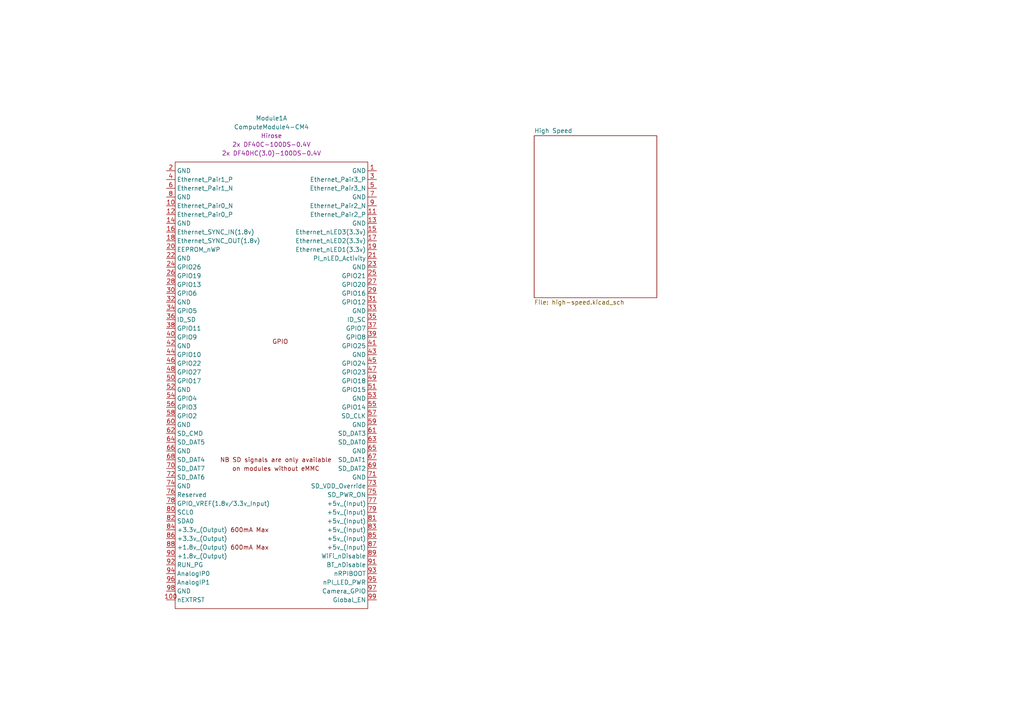
<source format=kicad_sch>
(kicad_sch
	(version 20231120)
	(generator "eeschema")
	(generator_version "8.0")
	(uuid "ac341729-1bd9-485e-b406-2c7c34ca99d1")
	(paper "A4")
	(title_block
		(title "SimplePLC")
		(date "2025-01-27")
		(rev "v1.0")
		(company "Szymon Wąchała")
	)
	(lib_symbols
		(symbol "CM4IO:ComputeModule4-CM4"
			(exclude_from_sim no)
			(in_bom yes)
			(on_board yes)
			(property "Reference" "Module"
				(at 113.03 -68.58 0)
				(effects
					(font
						(size 1.27 1.27)
					)
				)
			)
			(property "Value" "ComputeModule4-CM4"
				(at 140.97 2.54 0)
				(effects
					(font
						(size 1.27 1.27)
					)
				)
			)
			(property "Footprint" "CM4IO:Raspberry-Pi-4-Compute-Module"
				(at 142.24 -26.67 0)
				(effects
					(font
						(size 1.27 1.27)
					)
					(hide yes)
				)
			)
			(property "Datasheet" ""
				(at 142.24 -26.67 0)
				(effects
					(font
						(size 1.27 1.27)
					)
					(hide yes)
				)
			)
			(property "Description" ""
				(at 0 0 0)
				(effects
					(font
						(size 1.27 1.27)
					)
					(hide yes)
				)
			)
			(property "Manufacturer" "Hirose"
				(at 0 0 0)
				(effects
					(font
						(size 1.27 1.27)
					)
				)
			)
			(property "MPN" "2x DF40C-100DS-0.4V"
				(at 0 -2.54 0)
				(effects
					(font
						(size 1.27 1.27)
					)
				)
			)
			(property "Digi-Key_PN" "2x H11615CT-ND"
				(at 0 0 0)
				(effects
					(font
						(size 1.27 1.27)
					)
					(hide yes)
				)
			)
			(property "MPN (Alt)" "2x DF40HC(3.0)-100DS-0.4V"
				(at 0 0 0)
				(effects
					(font
						(size 1.27 1.27)
					)
				)
			)
			(property "Digi-Key_PN (Alt)" "2x H124602CT-ND"
				(at 0 0 0)
				(effects
					(font
						(size 1.27 1.27)
					)
					(hide yes)
				)
			)
			(symbol "ComputeModule4-CM4_1_0"
				(text "GPIO"
					(at 0 6.35 0)
					(effects
						(font
							(size 1.27 1.27)
						)
					)
				)
			)
			(symbol "ComputeModule4-CM4_1_1"
				(rectangle
					(start -30.48 -71.12)
					(end 25.4 58.42)
					(stroke
						(width 0)
						(type default)
					)
					(fill
						(type none)
					)
				)
				(text "600mA Max"
					(at -8.89 -53.34 0)
					(effects
						(font
							(size 1.27 1.27)
						)
					)
				)
				(text "600mA Max"
					(at -8.89 -48.26 0)
					(effects
						(font
							(size 1.27 1.27)
						)
					)
				)
				(text "NB SD signals are only available"
					(at -1.27 -27.94 0)
					(effects
						(font
							(size 1.27 1.27)
						)
					)
				)
				(text "on modules without eMMC"
					(at -1.27 -30.48 0)
					(effects
						(font
							(size 1.27 1.27)
						)
					)
				)
				(pin power_in line
					(at 27.94 55.88 180)
					(length 2.54)
					(name "GND"
						(effects
							(font
								(size 1.27 1.27)
							)
						)
					)
					(number "1"
						(effects
							(font
								(size 1.27 1.27)
							)
						)
					)
				)
				(pin passive line
					(at -33.02 45.72 0)
					(length 2.54)
					(name "Ethernet_Pair0_N"
						(effects
							(font
								(size 1.27 1.27)
							)
						)
					)
					(number "10"
						(effects
							(font
								(size 1.27 1.27)
							)
						)
					)
				)
				(pin output line
					(at -33.02 -68.58 0)
					(length 2.54)
					(name "nEXTRST"
						(effects
							(font
								(size 1.27 1.27)
							)
						)
					)
					(number "100"
						(effects
							(font
								(size 1.27 1.27)
							)
						)
					)
				)
				(pin passive line
					(at 27.94 43.18 180)
					(length 2.54)
					(name "Ethernet_Pair2_P"
						(effects
							(font
								(size 1.27 1.27)
							)
						)
					)
					(number "11"
						(effects
							(font
								(size 1.27 1.27)
							)
						)
					)
				)
				(pin passive line
					(at -33.02 43.18 0)
					(length 2.54)
					(name "Ethernet_Pair0_P"
						(effects
							(font
								(size 1.27 1.27)
							)
						)
					)
					(number "12"
						(effects
							(font
								(size 1.27 1.27)
							)
						)
					)
				)
				(pin power_in line
					(at 27.94 40.64 180)
					(length 2.54)
					(name "GND"
						(effects
							(font
								(size 1.27 1.27)
							)
						)
					)
					(number "13"
						(effects
							(font
								(size 1.27 1.27)
							)
						)
					)
				)
				(pin power_in line
					(at -33.02 40.64 0)
					(length 2.54)
					(name "GND"
						(effects
							(font
								(size 1.27 1.27)
							)
						)
					)
					(number "14"
						(effects
							(font
								(size 1.27 1.27)
							)
						)
					)
				)
				(pin output line
					(at 27.94 38.1 180)
					(length 2.54)
					(name "Ethernet_nLED3(3.3v)"
						(effects
							(font
								(size 1.27 1.27)
							)
						)
					)
					(number "15"
						(effects
							(font
								(size 1.27 1.27)
							)
						)
					)
				)
				(pin input line
					(at -33.02 38.1 0)
					(length 2.54)
					(name "Ethernet_SYNC_IN(1.8v)"
						(effects
							(font
								(size 1.27 1.27)
							)
						)
					)
					(number "16"
						(effects
							(font
								(size 1.27 1.27)
							)
						)
					)
				)
				(pin output line
					(at 27.94 35.56 180)
					(length 2.54)
					(name "Ethernet_nLED2(3.3v)"
						(effects
							(font
								(size 1.27 1.27)
							)
						)
					)
					(number "17"
						(effects
							(font
								(size 1.27 1.27)
							)
						)
					)
				)
				(pin input line
					(at -33.02 35.56 0)
					(length 2.54)
					(name "Ethernet_SYNC_OUT(1.8v)"
						(effects
							(font
								(size 1.27 1.27)
							)
						)
					)
					(number "18"
						(effects
							(font
								(size 1.27 1.27)
							)
						)
					)
				)
				(pin output line
					(at 27.94 33.02 180)
					(length 2.54)
					(name "Ethernet_nLED1(3.3v)"
						(effects
							(font
								(size 1.27 1.27)
							)
						)
					)
					(number "19"
						(effects
							(font
								(size 1.27 1.27)
							)
						)
					)
				)
				(pin power_in line
					(at -33.02 55.88 0)
					(length 2.54)
					(name "GND"
						(effects
							(font
								(size 1.27 1.27)
							)
						)
					)
					(number "2"
						(effects
							(font
								(size 1.27 1.27)
							)
						)
					)
				)
				(pin passive line
					(at -33.02 33.02 0)
					(length 2.54)
					(name "EEPROM_nWP"
						(effects
							(font
								(size 1.27 1.27)
							)
						)
					)
					(number "20"
						(effects
							(font
								(size 1.27 1.27)
							)
						)
					)
				)
				(pin open_collector line
					(at 27.94 30.48 180)
					(length 2.54)
					(name "PI_nLED_Activity"
						(effects
							(font
								(size 1.27 1.27)
							)
						)
					)
					(number "21"
						(effects
							(font
								(size 1.27 1.27)
							)
						)
					)
				)
				(pin power_in line
					(at -33.02 30.48 0)
					(length 2.54)
					(name "GND"
						(effects
							(font
								(size 1.27 1.27)
							)
						)
					)
					(number "22"
						(effects
							(font
								(size 1.27 1.27)
							)
						)
					)
				)
				(pin power_in line
					(at 27.94 27.94 180)
					(length 2.54)
					(name "GND"
						(effects
							(font
								(size 1.27 1.27)
							)
						)
					)
					(number "23"
						(effects
							(font
								(size 1.27 1.27)
							)
						)
					)
				)
				(pin passive line
					(at -33.02 27.94 0)
					(length 2.54)
					(name "GPIO26"
						(effects
							(font
								(size 1.27 1.27)
							)
						)
					)
					(number "24"
						(effects
							(font
								(size 1.27 1.27)
							)
						)
					)
				)
				(pin passive line
					(at 27.94 25.4 180)
					(length 2.54)
					(name "GPIO21"
						(effects
							(font
								(size 1.27 1.27)
							)
						)
					)
					(number "25"
						(effects
							(font
								(size 1.27 1.27)
							)
						)
					)
				)
				(pin passive line
					(at -33.02 25.4 0)
					(length 2.54)
					(name "GPIO19"
						(effects
							(font
								(size 1.27 1.27)
							)
						)
					)
					(number "26"
						(effects
							(font
								(size 1.27 1.27)
							)
						)
					)
				)
				(pin passive line
					(at 27.94 22.86 180)
					(length 2.54)
					(name "GPIO20"
						(effects
							(font
								(size 1.27 1.27)
							)
						)
					)
					(number "27"
						(effects
							(font
								(size 1.27 1.27)
							)
						)
					)
				)
				(pin passive line
					(at -33.02 22.86 0)
					(length 2.54)
					(name "GPIO13"
						(effects
							(font
								(size 1.27 1.27)
							)
						)
					)
					(number "28"
						(effects
							(font
								(size 1.27 1.27)
							)
						)
					)
				)
				(pin passive line
					(at 27.94 20.32 180)
					(length 2.54)
					(name "GPIO16"
						(effects
							(font
								(size 1.27 1.27)
							)
						)
					)
					(number "29"
						(effects
							(font
								(size 1.27 1.27)
							)
						)
					)
				)
				(pin passive line
					(at 27.94 53.34 180)
					(length 2.54)
					(name "Ethernet_Pair3_P"
						(effects
							(font
								(size 1.27 1.27)
							)
						)
					)
					(number "3"
						(effects
							(font
								(size 1.27 1.27)
							)
						)
					)
				)
				(pin passive line
					(at -33.02 20.32 0)
					(length 2.54)
					(name "GPIO6"
						(effects
							(font
								(size 1.27 1.27)
							)
						)
					)
					(number "30"
						(effects
							(font
								(size 1.27 1.27)
							)
						)
					)
				)
				(pin passive line
					(at 27.94 17.78 180)
					(length 2.54)
					(name "GPIO12"
						(effects
							(font
								(size 1.27 1.27)
							)
						)
					)
					(number "31"
						(effects
							(font
								(size 1.27 1.27)
							)
						)
					)
				)
				(pin power_in line
					(at -33.02 17.78 0)
					(length 2.54)
					(name "GND"
						(effects
							(font
								(size 1.27 1.27)
							)
						)
					)
					(number "32"
						(effects
							(font
								(size 1.27 1.27)
							)
						)
					)
				)
				(pin power_in line
					(at 27.94 15.24 180)
					(length 2.54)
					(name "GND"
						(effects
							(font
								(size 1.27 1.27)
							)
						)
					)
					(number "33"
						(effects
							(font
								(size 1.27 1.27)
							)
						)
					)
				)
				(pin passive line
					(at -33.02 15.24 0)
					(length 2.54)
					(name "GPIO5"
						(effects
							(font
								(size 1.27 1.27)
							)
						)
					)
					(number "34"
						(effects
							(font
								(size 1.27 1.27)
							)
						)
					)
				)
				(pin passive line
					(at 27.94 12.7 180)
					(length 2.54)
					(name "ID_SC"
						(effects
							(font
								(size 1.27 1.27)
							)
						)
					)
					(number "35"
						(effects
							(font
								(size 1.27 1.27)
							)
						)
					)
				)
				(pin passive line
					(at -33.02 12.7 0)
					(length 2.54)
					(name "ID_SD"
						(effects
							(font
								(size 1.27 1.27)
							)
						)
					)
					(number "36"
						(effects
							(font
								(size 1.27 1.27)
							)
						)
					)
				)
				(pin passive line
					(at 27.94 10.16 180)
					(length 2.54)
					(name "GPIO7"
						(effects
							(font
								(size 1.27 1.27)
							)
						)
					)
					(number "37"
						(effects
							(font
								(size 1.27 1.27)
							)
						)
					)
				)
				(pin passive line
					(at -33.02 10.16 0)
					(length 2.54)
					(name "GPIO11"
						(effects
							(font
								(size 1.27 1.27)
							)
						)
					)
					(number "38"
						(effects
							(font
								(size 1.27 1.27)
							)
						)
					)
				)
				(pin passive line
					(at 27.94 7.62 180)
					(length 2.54)
					(name "GPIO8"
						(effects
							(font
								(size 1.27 1.27)
							)
						)
					)
					(number "39"
						(effects
							(font
								(size 1.27 1.27)
							)
						)
					)
				)
				(pin passive line
					(at -33.02 53.34 0)
					(length 2.54)
					(name "Ethernet_Pair1_P"
						(effects
							(font
								(size 1.27 1.27)
							)
						)
					)
					(number "4"
						(effects
							(font
								(size 1.27 1.27)
							)
						)
					)
				)
				(pin passive line
					(at -33.02 7.62 0)
					(length 2.54)
					(name "GPIO9"
						(effects
							(font
								(size 1.27 1.27)
							)
						)
					)
					(number "40"
						(effects
							(font
								(size 1.27 1.27)
							)
						)
					)
				)
				(pin passive line
					(at 27.94 5.08 180)
					(length 2.54)
					(name "GPIO25"
						(effects
							(font
								(size 1.27 1.27)
							)
						)
					)
					(number "41"
						(effects
							(font
								(size 1.27 1.27)
							)
						)
					)
				)
				(pin power_in line
					(at -33.02 5.08 0)
					(length 2.54)
					(name "GND"
						(effects
							(font
								(size 1.27 1.27)
							)
						)
					)
					(number "42"
						(effects
							(font
								(size 1.27 1.27)
							)
						)
					)
				)
				(pin power_in line
					(at 27.94 2.54 180)
					(length 2.54)
					(name "GND"
						(effects
							(font
								(size 1.27 1.27)
							)
						)
					)
					(number "43"
						(effects
							(font
								(size 1.27 1.27)
							)
						)
					)
				)
				(pin passive line
					(at -33.02 2.54 0)
					(length 2.54)
					(name "GPIO10"
						(effects
							(font
								(size 1.27 1.27)
							)
						)
					)
					(number "44"
						(effects
							(font
								(size 1.27 1.27)
							)
						)
					)
				)
				(pin passive line
					(at 27.94 0 180)
					(length 2.54)
					(name "GPIO24"
						(effects
							(font
								(size 1.27 1.27)
							)
						)
					)
					(number "45"
						(effects
							(font
								(size 1.27 1.27)
							)
						)
					)
				)
				(pin passive line
					(at -33.02 0 0)
					(length 2.54)
					(name "GPIO22"
						(effects
							(font
								(size 1.27 1.27)
							)
						)
					)
					(number "46"
						(effects
							(font
								(size 1.27 1.27)
							)
						)
					)
				)
				(pin passive line
					(at 27.94 -2.54 180)
					(length 2.54)
					(name "GPIO23"
						(effects
							(font
								(size 1.27 1.27)
							)
						)
					)
					(number "47"
						(effects
							(font
								(size 1.27 1.27)
							)
						)
					)
				)
				(pin passive line
					(at -33.02 -2.54 0)
					(length 2.54)
					(name "GPIO27"
						(effects
							(font
								(size 1.27 1.27)
							)
						)
					)
					(number "48"
						(effects
							(font
								(size 1.27 1.27)
							)
						)
					)
				)
				(pin passive line
					(at 27.94 -5.08 180)
					(length 2.54)
					(name "GPIO18"
						(effects
							(font
								(size 1.27 1.27)
							)
						)
					)
					(number "49"
						(effects
							(font
								(size 1.27 1.27)
							)
						)
					)
				)
				(pin passive line
					(at 27.94 50.8 180)
					(length 2.54)
					(name "Ethernet_Pair3_N"
						(effects
							(font
								(size 1.27 1.27)
							)
						)
					)
					(number "5"
						(effects
							(font
								(size 1.27 1.27)
							)
						)
					)
				)
				(pin passive line
					(at -33.02 -5.08 0)
					(length 2.54)
					(name "GPIO17"
						(effects
							(font
								(size 1.27 1.27)
							)
						)
					)
					(number "50"
						(effects
							(font
								(size 1.27 1.27)
							)
						)
					)
				)
				(pin passive line
					(at 27.94 -7.62 180)
					(length 2.54)
					(name "GPIO15"
						(effects
							(font
								(size 1.27 1.27)
							)
						)
					)
					(number "51"
						(effects
							(font
								(size 1.27 1.27)
							)
						)
					)
				)
				(pin power_in line
					(at -33.02 -7.62 0)
					(length 2.54)
					(name "GND"
						(effects
							(font
								(size 1.27 1.27)
							)
						)
					)
					(number "52"
						(effects
							(font
								(size 1.27 1.27)
							)
						)
					)
				)
				(pin power_in line
					(at 27.94 -10.16 180)
					(length 2.54)
					(name "GND"
						(effects
							(font
								(size 1.27 1.27)
							)
						)
					)
					(number "53"
						(effects
							(font
								(size 1.27 1.27)
							)
						)
					)
				)
				(pin passive line
					(at -33.02 -10.16 0)
					(length 2.54)
					(name "GPIO4"
						(effects
							(font
								(size 1.27 1.27)
							)
						)
					)
					(number "54"
						(effects
							(font
								(size 1.27 1.27)
							)
						)
					)
				)
				(pin passive line
					(at 27.94 -12.7 180)
					(length 2.54)
					(name "GPIO14"
						(effects
							(font
								(size 1.27 1.27)
							)
						)
					)
					(number "55"
						(effects
							(font
								(size 1.27 1.27)
							)
						)
					)
				)
				(pin passive line
					(at -33.02 -12.7 0)
					(length 2.54)
					(name "GPIO3"
						(effects
							(font
								(size 1.27 1.27)
							)
						)
					)
					(number "56"
						(effects
							(font
								(size 1.27 1.27)
							)
						)
					)
				)
				(pin passive line
					(at 27.94 -15.24 180)
					(length 2.54)
					(name "SD_CLK"
						(effects
							(font
								(size 1.27 1.27)
							)
						)
					)
					(number "57"
						(effects
							(font
								(size 1.27 1.27)
							)
						)
					)
				)
				(pin passive line
					(at -33.02 -15.24 0)
					(length 2.54)
					(name "GPIO2"
						(effects
							(font
								(size 1.27 1.27)
							)
						)
					)
					(number "58"
						(effects
							(font
								(size 1.27 1.27)
							)
						)
					)
				)
				(pin power_in line
					(at 27.94 -17.78 180)
					(length 2.54)
					(name "GND"
						(effects
							(font
								(size 1.27 1.27)
							)
						)
					)
					(number "59"
						(effects
							(font
								(size 1.27 1.27)
							)
						)
					)
				)
				(pin passive line
					(at -33.02 50.8 0)
					(length 2.54)
					(name "Ethernet_Pair1_N"
						(effects
							(font
								(size 1.27 1.27)
							)
						)
					)
					(number "6"
						(effects
							(font
								(size 1.27 1.27)
							)
						)
					)
				)
				(pin power_in line
					(at -33.02 -17.78 0)
					(length 2.54)
					(name "GND"
						(effects
							(font
								(size 1.27 1.27)
							)
						)
					)
					(number "60"
						(effects
							(font
								(size 1.27 1.27)
							)
						)
					)
				)
				(pin passive line
					(at 27.94 -20.32 180)
					(length 2.54)
					(name "SD_DAT3"
						(effects
							(font
								(size 1.27 1.27)
							)
						)
					)
					(number "61"
						(effects
							(font
								(size 1.27 1.27)
							)
						)
					)
				)
				(pin passive line
					(at -33.02 -20.32 0)
					(length 2.54)
					(name "SD_CMD"
						(effects
							(font
								(size 1.27 1.27)
							)
						)
					)
					(number "62"
						(effects
							(font
								(size 1.27 1.27)
							)
						)
					)
				)
				(pin passive line
					(at 27.94 -22.86 180)
					(length 2.54)
					(name "SD_DAT0"
						(effects
							(font
								(size 1.27 1.27)
							)
						)
					)
					(number "63"
						(effects
							(font
								(size 1.27 1.27)
							)
						)
					)
				)
				(pin passive line
					(at -33.02 -22.86 0)
					(length 2.54)
					(name "SD_DAT5"
						(effects
							(font
								(size 1.27 1.27)
							)
						)
					)
					(number "64"
						(effects
							(font
								(size 1.27 1.27)
							)
						)
					)
				)
				(pin power_in line
					(at 27.94 -25.4 180)
					(length 2.54)
					(name "GND"
						(effects
							(font
								(size 1.27 1.27)
							)
						)
					)
					(number "65"
						(effects
							(font
								(size 1.27 1.27)
							)
						)
					)
				)
				(pin power_in line
					(at -33.02 -25.4 0)
					(length 2.54)
					(name "GND"
						(effects
							(font
								(size 1.27 1.27)
							)
						)
					)
					(number "66"
						(effects
							(font
								(size 1.27 1.27)
							)
						)
					)
				)
				(pin passive line
					(at 27.94 -27.94 180)
					(length 2.54)
					(name "SD_DAT1"
						(effects
							(font
								(size 1.27 1.27)
							)
						)
					)
					(number "67"
						(effects
							(font
								(size 1.27 1.27)
							)
						)
					)
				)
				(pin passive line
					(at -33.02 -27.94 0)
					(length 2.54)
					(name "SD_DAT4"
						(effects
							(font
								(size 1.27 1.27)
							)
						)
					)
					(number "68"
						(effects
							(font
								(size 1.27 1.27)
							)
						)
					)
				)
				(pin passive line
					(at 27.94 -30.48 180)
					(length 2.54)
					(name "SD_DAT2"
						(effects
							(font
								(size 1.27 1.27)
							)
						)
					)
					(number "69"
						(effects
							(font
								(size 1.27 1.27)
							)
						)
					)
				)
				(pin power_in line
					(at 27.94 48.26 180)
					(length 2.54)
					(name "GND"
						(effects
							(font
								(size 1.27 1.27)
							)
						)
					)
					(number "7"
						(effects
							(font
								(size 1.27 1.27)
							)
						)
					)
				)
				(pin passive line
					(at -33.02 -30.48 0)
					(length 2.54)
					(name "SD_DAT7"
						(effects
							(font
								(size 1.27 1.27)
							)
						)
					)
					(number "70"
						(effects
							(font
								(size 1.27 1.27)
							)
						)
					)
				)
				(pin power_in line
					(at 27.94 -33.02 180)
					(length 2.54)
					(name "GND"
						(effects
							(font
								(size 1.27 1.27)
							)
						)
					)
					(number "71"
						(effects
							(font
								(size 1.27 1.27)
							)
						)
					)
				)
				(pin passive line
					(at -33.02 -33.02 0)
					(length 2.54)
					(name "SD_DAT6"
						(effects
							(font
								(size 1.27 1.27)
							)
						)
					)
					(number "72"
						(effects
							(font
								(size 1.27 1.27)
							)
						)
					)
				)
				(pin input line
					(at 27.94 -35.56 180)
					(length 2.54)
					(name "SD_VDD_Override"
						(effects
							(font
								(size 1.27 1.27)
							)
						)
					)
					(number "73"
						(effects
							(font
								(size 1.27 1.27)
							)
						)
					)
				)
				(pin power_in line
					(at -33.02 -35.56 0)
					(length 2.54)
					(name "GND"
						(effects
							(font
								(size 1.27 1.27)
							)
						)
					)
					(number "74"
						(effects
							(font
								(size 1.27 1.27)
							)
						)
					)
				)
				(pin output line
					(at 27.94 -38.1 180)
					(length 2.54)
					(name "SD_PWR_ON"
						(effects
							(font
								(size 1.27 1.27)
							)
						)
					)
					(number "75"
						(effects
							(font
								(size 1.27 1.27)
							)
						)
					)
				)
				(pin passive line
					(at -33.02 -38.1 0)
					(length 2.54)
					(name "Reserved"
						(effects
							(font
								(size 1.27 1.27)
							)
						)
					)
					(number "76"
						(effects
							(font
								(size 1.27 1.27)
							)
						)
					)
				)
				(pin power_in line
					(at 27.94 -40.64 180)
					(length 2.54)
					(name "+5v_(Input)"
						(effects
							(font
								(size 1.27 1.27)
							)
						)
					)
					(number "77"
						(effects
							(font
								(size 1.27 1.27)
							)
						)
					)
				)
				(pin power_in line
					(at -33.02 -40.64 0)
					(length 2.54)
					(name "GPIO_VREF(1.8v/3.3v_Input)"
						(effects
							(font
								(size 1.27 1.27)
							)
						)
					)
					(number "78"
						(effects
							(font
								(size 1.27 1.27)
							)
						)
					)
				)
				(pin power_in line
					(at 27.94 -43.18 180)
					(length 2.54)
					(name "+5v_(Input)"
						(effects
							(font
								(size 1.27 1.27)
							)
						)
					)
					(number "79"
						(effects
							(font
								(size 1.27 1.27)
							)
						)
					)
				)
				(pin power_in line
					(at -33.02 48.26 0)
					(length 2.54)
					(name "GND"
						(effects
							(font
								(size 1.27 1.27)
							)
						)
					)
					(number "8"
						(effects
							(font
								(size 1.27 1.27)
							)
						)
					)
				)
				(pin passive line
					(at -33.02 -43.18 0)
					(length 2.54)
					(name "SCL0"
						(effects
							(font
								(size 1.27 1.27)
							)
						)
					)
					(number "80"
						(effects
							(font
								(size 1.27 1.27)
							)
						)
					)
				)
				(pin power_in line
					(at 27.94 -45.72 180)
					(length 2.54)
					(name "+5v_(Input)"
						(effects
							(font
								(size 1.27 1.27)
							)
						)
					)
					(number "81"
						(effects
							(font
								(size 1.27 1.27)
							)
						)
					)
				)
				(pin passive line
					(at -33.02 -45.72 0)
					(length 2.54)
					(name "SDA0"
						(effects
							(font
								(size 1.27 1.27)
							)
						)
					)
					(number "82"
						(effects
							(font
								(size 1.27 1.27)
							)
						)
					)
				)
				(pin power_in line
					(at 27.94 -48.26 180)
					(length 2.54)
					(name "+5v_(Input)"
						(effects
							(font
								(size 1.27 1.27)
							)
						)
					)
					(number "83"
						(effects
							(font
								(size 1.27 1.27)
							)
						)
					)
				)
				(pin power_out line
					(at -33.02 -48.26 0)
					(length 2.54)
					(name "+3.3v_(Output)"
						(effects
							(font
								(size 1.27 1.27)
							)
						)
					)
					(number "84"
						(effects
							(font
								(size 1.27 1.27)
							)
						)
					)
				)
				(pin power_in line
					(at 27.94 -50.8 180)
					(length 2.54)
					(name "+5v_(Input)"
						(effects
							(font
								(size 1.27 1.27)
							)
						)
					)
					(number "85"
						(effects
							(font
								(size 1.27 1.27)
							)
						)
					)
				)
				(pin power_out line
					(at -33.02 -50.8 0)
					(length 2.54)
					(name "+3.3v_(Output)"
						(effects
							(font
								(size 1.27 1.27)
							)
						)
					)
					(number "86"
						(effects
							(font
								(size 1.27 1.27)
							)
						)
					)
				)
				(pin power_in line
					(at 27.94 -53.34 180)
					(length 2.54)
					(name "+5v_(Input)"
						(effects
							(font
								(size 1.27 1.27)
							)
						)
					)
					(number "87"
						(effects
							(font
								(size 1.27 1.27)
							)
						)
					)
				)
				(pin power_out line
					(at -33.02 -53.34 0)
					(length 2.54)
					(name "+1.8v_(Output)"
						(effects
							(font
								(size 1.27 1.27)
							)
						)
					)
					(number "88"
						(effects
							(font
								(size 1.27 1.27)
							)
						)
					)
				)
				(pin power_in line
					(at 27.94 -55.88 180)
					(length 2.54)
					(name "WiFi_nDisable"
						(effects
							(font
								(size 1.27 1.27)
							)
						)
					)
					(number "89"
						(effects
							(font
								(size 1.27 1.27)
							)
						)
					)
				)
				(pin passive line
					(at 27.94 45.72 180)
					(length 2.54)
					(name "Ethernet_Pair2_N"
						(effects
							(font
								(size 1.27 1.27)
							)
						)
					)
					(number "9"
						(effects
							(font
								(size 1.27 1.27)
							)
						)
					)
				)
				(pin power_out line
					(at -33.02 -55.88 0)
					(length 2.54)
					(name "+1.8v_(Output)"
						(effects
							(font
								(size 1.27 1.27)
							)
						)
					)
					(number "90"
						(effects
							(font
								(size 1.27 1.27)
							)
						)
					)
				)
				(pin power_in line
					(at 27.94 -58.42 180)
					(length 2.54)
					(name "BT_nDisable"
						(effects
							(font
								(size 1.27 1.27)
							)
						)
					)
					(number "91"
						(effects
							(font
								(size 1.27 1.27)
							)
						)
					)
				)
				(pin passive line
					(at -33.02 -58.42 0)
					(length 2.54)
					(name "RUN_PG"
						(effects
							(font
								(size 1.27 1.27)
							)
						)
					)
					(number "92"
						(effects
							(font
								(size 1.27 1.27)
							)
						)
					)
				)
				(pin input line
					(at 27.94 -60.96 180)
					(length 2.54)
					(name "nRPIBOOT"
						(effects
							(font
								(size 1.27 1.27)
							)
						)
					)
					(number "93"
						(effects
							(font
								(size 1.27 1.27)
							)
						)
					)
				)
				(pin passive line
					(at -33.02 -60.96 0)
					(length 2.54)
					(name "AnalogIP0"
						(effects
							(font
								(size 1.27 1.27)
							)
						)
					)
					(number "94"
						(effects
							(font
								(size 1.27 1.27)
							)
						)
					)
				)
				(pin output line
					(at 27.94 -63.5 180)
					(length 2.54)
					(name "nPI_LED_PWR"
						(effects
							(font
								(size 1.27 1.27)
							)
						)
					)
					(number "95"
						(effects
							(font
								(size 1.27 1.27)
							)
						)
					)
				)
				(pin passive line
					(at -33.02 -63.5 0)
					(length 2.54)
					(name "AnalogIP1"
						(effects
							(font
								(size 1.27 1.27)
							)
						)
					)
					(number "96"
						(effects
							(font
								(size 1.27 1.27)
							)
						)
					)
				)
				(pin passive line
					(at 27.94 -66.04 180)
					(length 2.54)
					(name "Camera_GPIO"
						(effects
							(font
								(size 1.27 1.27)
							)
						)
					)
					(number "97"
						(effects
							(font
								(size 1.27 1.27)
							)
						)
					)
				)
				(pin power_in line
					(at -33.02 -66.04 0)
					(length 2.54)
					(name "GND"
						(effects
							(font
								(size 1.27 1.27)
							)
						)
					)
					(number "98"
						(effects
							(font
								(size 1.27 1.27)
							)
						)
					)
				)
				(pin input line
					(at 27.94 -68.58 180)
					(length 2.54)
					(name "Global_EN"
						(effects
							(font
								(size 1.27 1.27)
							)
						)
					)
					(number "99"
						(effects
							(font
								(size 1.27 1.27)
							)
						)
					)
				)
			)
			(symbol "ComputeModule4-CM4_2_1"
				(rectangle
					(start 114.3 -66.04)
					(end 165.1 63.5)
					(stroke
						(width 0)
						(type default)
					)
					(fill
						(type none)
					)
				)
				(text "High Speed Serial"
					(at 140.97 0 0)
					(effects
						(font
							(size 1.27 1.27)
						)
					)
				)
				(pin input line
					(at 170.18 60.96 180)
					(length 5.08)
					(name "USB_OTG_ID"
						(effects
							(font
								(size 1.27 1.27)
							)
						)
					)
					(number "101"
						(effects
							(font
								(size 1.27 1.27)
							)
						)
					)
				)
				(pin input line
					(at 109.22 60.96 0)
					(length 5.08)
					(name "PCIe_CLK_nREQ"
						(effects
							(font
								(size 1.27 1.27)
							)
						)
					)
					(number "102"
						(effects
							(font
								(size 1.27 1.27)
							)
						)
					)
				)
				(pin passive line
					(at 170.18 58.42 180)
					(length 5.08)
					(name "USB2_N"
						(effects
							(font
								(size 1.27 1.27)
							)
						)
					)
					(number "103"
						(effects
							(font
								(size 1.27 1.27)
							)
						)
					)
				)
				(pin passive line
					(at 109.22 58.42 0)
					(length 5.08)
					(name "Reserved"
						(effects
							(font
								(size 1.27 1.27)
							)
						)
					)
					(number "104"
						(effects
							(font
								(size 1.27 1.27)
							)
						)
					)
				)
				(pin passive line
					(at 170.18 55.88 180)
					(length 5.08)
					(name "USB2_P"
						(effects
							(font
								(size 1.27 1.27)
							)
						)
					)
					(number "105"
						(effects
							(font
								(size 1.27 1.27)
							)
						)
					)
				)
				(pin passive line
					(at 109.22 55.88 0)
					(length 5.08)
					(name "Reserved"
						(effects
							(font
								(size 1.27 1.27)
							)
						)
					)
					(number "106"
						(effects
							(font
								(size 1.27 1.27)
							)
						)
					)
				)
				(pin power_in line
					(at 170.18 53.34 180)
					(length 5.08)
					(name "GND"
						(effects
							(font
								(size 1.27 1.27)
							)
						)
					)
					(number "107"
						(effects
							(font
								(size 1.27 1.27)
							)
						)
					)
				)
				(pin power_in line
					(at 109.22 53.34 0)
					(length 5.08)
					(name "GND"
						(effects
							(font
								(size 1.27 1.27)
							)
						)
					)
					(number "108"
						(effects
							(font
								(size 1.27 1.27)
							)
						)
					)
				)
				(pin bidirectional line
					(at 170.18 50.8 180)
					(length 5.08)
					(name "PCIe_nRST"
						(effects
							(font
								(size 1.27 1.27)
							)
						)
					)
					(number "109"
						(effects
							(font
								(size 1.27 1.27)
							)
						)
					)
				)
				(pin output line
					(at 109.22 50.8 0)
					(length 5.08)
					(name "PCIe_CLK_P"
						(effects
							(font
								(size 1.27 1.27)
							)
						)
					)
					(number "110"
						(effects
							(font
								(size 1.27 1.27)
							)
						)
					)
				)
				(pin passive line
					(at 170.18 48.26 180)
					(length 5.08)
					(name "VDAC_COMP"
						(effects
							(font
								(size 1.27 1.27)
							)
						)
					)
					(number "111"
						(effects
							(font
								(size 1.27 1.27)
							)
						)
					)
				)
				(pin output line
					(at 109.22 48.26 0)
					(length 5.08)
					(name "PCIe_CLK_N"
						(effects
							(font
								(size 1.27 1.27)
							)
						)
					)
					(number "112"
						(effects
							(font
								(size 1.27 1.27)
							)
						)
					)
				)
				(pin power_in line
					(at 170.18 45.72 180)
					(length 5.08)
					(name "GND"
						(effects
							(font
								(size 1.27 1.27)
							)
						)
					)
					(number "113"
						(effects
							(font
								(size 1.27 1.27)
							)
						)
					)
				)
				(pin power_in line
					(at 109.22 45.72 0)
					(length 5.08)
					(name "GND"
						(effects
							(font
								(size 1.27 1.27)
							)
						)
					)
					(number "114"
						(effects
							(font
								(size 1.27 1.27)
							)
						)
					)
				)
				(pin input line
					(at 170.18 43.18 180)
					(length 5.08)
					(name "CAM1_D0_N"
						(effects
							(font
								(size 1.27 1.27)
							)
						)
					)
					(number "115"
						(effects
							(font
								(size 1.27 1.27)
							)
						)
					)
				)
				(pin input line
					(at 109.22 43.18 0)
					(length 5.08)
					(name "PCIe_RX_P"
						(effects
							(font
								(size 1.27 1.27)
							)
						)
					)
					(number "116"
						(effects
							(font
								(size 1.27 1.27)
							)
						)
					)
				)
				(pin input line
					(at 170.18 40.64 180)
					(length 5.08)
					(name "CAM1_D0_P"
						(effects
							(font
								(size 1.27 1.27)
							)
						)
					)
					(number "117"
						(effects
							(font
								(size 1.27 1.27)
							)
						)
					)
				)
				(pin input line
					(at 109.22 40.64 0)
					(length 5.08)
					(name "PCIe_RX_N"
						(effects
							(font
								(size 1.27 1.27)
							)
						)
					)
					(number "118"
						(effects
							(font
								(size 1.27 1.27)
							)
						)
					)
				)
				(pin power_in line
					(at 170.18 38.1 180)
					(length 5.08)
					(name "GND"
						(effects
							(font
								(size 1.27 1.27)
							)
						)
					)
					(number "119"
						(effects
							(font
								(size 1.27 1.27)
							)
						)
					)
				)
				(pin power_in line
					(at 109.22 38.1 0)
					(length 5.08)
					(name "GND"
						(effects
							(font
								(size 1.27 1.27)
							)
						)
					)
					(number "120"
						(effects
							(font
								(size 1.27 1.27)
							)
						)
					)
				)
				(pin input line
					(at 170.18 35.56 180)
					(length 5.08)
					(name "CAM1_D1_N"
						(effects
							(font
								(size 1.27 1.27)
							)
						)
					)
					(number "121"
						(effects
							(font
								(size 1.27 1.27)
							)
						)
					)
				)
				(pin output line
					(at 109.22 35.56 0)
					(length 5.08)
					(name "PCIe_TX_P"
						(effects
							(font
								(size 1.27 1.27)
							)
						)
					)
					(number "122"
						(effects
							(font
								(size 1.27 1.27)
							)
						)
					)
				)
				(pin input line
					(at 170.18 33.02 180)
					(length 5.08)
					(name "CAM1_D1_P"
						(effects
							(font
								(size 1.27 1.27)
							)
						)
					)
					(number "123"
						(effects
							(font
								(size 1.27 1.27)
							)
						)
					)
				)
				(pin output line
					(at 109.22 33.02 0)
					(length 5.08)
					(name "PCIe_TX_N"
						(effects
							(font
								(size 1.27 1.27)
							)
						)
					)
					(number "124"
						(effects
							(font
								(size 1.27 1.27)
							)
						)
					)
				)
				(pin power_in line
					(at 170.18 30.48 180)
					(length 5.08)
					(name "GND"
						(effects
							(font
								(size 1.27 1.27)
							)
						)
					)
					(number "125"
						(effects
							(font
								(size 1.27 1.27)
							)
						)
					)
				)
				(pin power_in line
					(at 109.22 30.48 0)
					(length 5.08)
					(name "GND"
						(effects
							(font
								(size 1.27 1.27)
							)
						)
					)
					(number "126"
						(effects
							(font
								(size 1.27 1.27)
							)
						)
					)
				)
				(pin input line
					(at 170.18 27.94 180)
					(length 5.08)
					(name "CAM1_C_N"
						(effects
							(font
								(size 1.27 1.27)
							)
						)
					)
					(number "127"
						(effects
							(font
								(size 1.27 1.27)
							)
						)
					)
				)
				(pin input line
					(at 109.22 27.94 0)
					(length 5.08)
					(name "CAM0_D0_N"
						(effects
							(font
								(size 1.27 1.27)
							)
						)
					)
					(number "128"
						(effects
							(font
								(size 1.27 1.27)
							)
						)
					)
				)
				(pin input line
					(at 170.18 25.4 180)
					(length 5.08)
					(name "CAM1_C_P"
						(effects
							(font
								(size 1.27 1.27)
							)
						)
					)
					(number "129"
						(effects
							(font
								(size 1.27 1.27)
							)
						)
					)
				)
				(pin input line
					(at 109.22 25.4 0)
					(length 5.08)
					(name "CAM0_D0_P"
						(effects
							(font
								(size 1.27 1.27)
							)
						)
					)
					(number "130"
						(effects
							(font
								(size 1.27 1.27)
							)
						)
					)
				)
				(pin power_in line
					(at 170.18 22.86 180)
					(length 5.08)
					(name "GND"
						(effects
							(font
								(size 1.27 1.27)
							)
						)
					)
					(number "131"
						(effects
							(font
								(size 1.27 1.27)
							)
						)
					)
				)
				(pin power_in line
					(at 109.22 22.86 0)
					(length 5.08)
					(name "GND"
						(effects
							(font
								(size 1.27 1.27)
							)
						)
					)
					(number "132"
						(effects
							(font
								(size 1.27 1.27)
							)
						)
					)
				)
				(pin input line
					(at 170.18 20.32 180)
					(length 5.08)
					(name "CAM1_D2_N"
						(effects
							(font
								(size 1.27 1.27)
							)
						)
					)
					(number "133"
						(effects
							(font
								(size 1.27 1.27)
							)
						)
					)
				)
				(pin input line
					(at 109.22 20.32 0)
					(length 5.08)
					(name "CAM0_D1_N"
						(effects
							(font
								(size 1.27 1.27)
							)
						)
					)
					(number "134"
						(effects
							(font
								(size 1.27 1.27)
							)
						)
					)
				)
				(pin input line
					(at 170.18 17.78 180)
					(length 5.08)
					(name "CAM1_D2_P"
						(effects
							(font
								(size 1.27 1.27)
							)
						)
					)
					(number "135"
						(effects
							(font
								(size 1.27 1.27)
							)
						)
					)
				)
				(pin input line
					(at 109.22 17.78 0)
					(length 5.08)
					(name "CAM0_D1_P"
						(effects
							(font
								(size 1.27 1.27)
							)
						)
					)
					(number "136"
						(effects
							(font
								(size 1.27 1.27)
							)
						)
					)
				)
				(pin power_in line
					(at 170.18 15.24 180)
					(length 5.08)
					(name "GND"
						(effects
							(font
								(size 1.27 1.27)
							)
						)
					)
					(number "137"
						(effects
							(font
								(size 1.27 1.27)
							)
						)
					)
				)
				(pin power_in line
					(at 109.22 15.24 0)
					(length 5.08)
					(name "GND"
						(effects
							(font
								(size 1.27 1.27)
							)
						)
					)
					(number "138"
						(effects
							(font
								(size 1.27 1.27)
							)
						)
					)
				)
				(pin input line
					(at 170.18 12.7 180)
					(length 5.08)
					(name "CAM1_D3_N"
						(effects
							(font
								(size 1.27 1.27)
							)
						)
					)
					(number "139"
						(effects
							(font
								(size 1.27 1.27)
							)
						)
					)
				)
				(pin input line
					(at 109.22 12.7 0)
					(length 5.08)
					(name "CAM0_C_N"
						(effects
							(font
								(size 1.27 1.27)
							)
						)
					)
					(number "140"
						(effects
							(font
								(size 1.27 1.27)
							)
						)
					)
				)
				(pin input line
					(at 170.18 10.16 180)
					(length 5.08)
					(name "CAM1_D3_P"
						(effects
							(font
								(size 1.27 1.27)
							)
						)
					)
					(number "141"
						(effects
							(font
								(size 1.27 1.27)
							)
						)
					)
				)
				(pin input line
					(at 109.22 10.16 0)
					(length 5.08)
					(name "CAM0_C_P"
						(effects
							(font
								(size 1.27 1.27)
							)
						)
					)
					(number "142"
						(effects
							(font
								(size 1.27 1.27)
							)
						)
					)
				)
				(pin input line
					(at 170.18 7.62 180)
					(length 5.08)
					(name "HDMI1_HOTPLUG"
						(effects
							(font
								(size 1.27 1.27)
							)
						)
					)
					(number "143"
						(effects
							(font
								(size 1.27 1.27)
							)
						)
					)
				)
				(pin power_in line
					(at 109.22 7.62 0)
					(length 5.08)
					(name "GND"
						(effects
							(font
								(size 1.27 1.27)
							)
						)
					)
					(number "144"
						(effects
							(font
								(size 1.27 1.27)
							)
						)
					)
				)
				(pin bidirectional line
					(at 170.18 5.08 180)
					(length 5.08)
					(name "HDMI1_SDA"
						(effects
							(font
								(size 1.27 1.27)
							)
						)
					)
					(number "145"
						(effects
							(font
								(size 1.27 1.27)
							)
						)
					)
				)
				(pin output line
					(at 109.22 5.08 0)
					(length 5.08)
					(name "HDMI1_TX2_P"
						(effects
							(font
								(size 1.27 1.27)
							)
						)
					)
					(number "146"
						(effects
							(font
								(size 1.27 1.27)
							)
						)
					)
				)
				(pin open_collector line
					(at 170.18 2.54 180)
					(length 5.08)
					(name "HDMI1_SCL"
						(effects
							(font
								(size 1.27 1.27)
							)
						)
					)
					(number "147"
						(effects
							(font
								(size 1.27 1.27)
							)
						)
					)
				)
				(pin output line
					(at 109.22 2.54 0)
					(length 5.08)
					(name "HDMI1_TX2_N"
						(effects
							(font
								(size 1.27 1.27)
							)
						)
					)
					(number "148"
						(effects
							(font
								(size 1.27 1.27)
							)
						)
					)
				)
				(pin open_collector line
					(at 170.18 0 180)
					(length 5.08)
					(name "HDMI1_CEC"
						(effects
							(font
								(size 1.27 1.27)
							)
						)
					)
					(number "149"
						(effects
							(font
								(size 1.27 1.27)
							)
						)
					)
				)
				(pin power_in line
					(at 109.22 0 0)
					(length 5.08)
					(name "GND"
						(effects
							(font
								(size 1.27 1.27)
							)
						)
					)
					(number "150"
						(effects
							(font
								(size 1.27 1.27)
							)
						)
					)
				)
				(pin open_collector line
					(at 170.18 -2.54 180)
					(length 5.08)
					(name "HDMI0_CEC"
						(effects
							(font
								(size 1.27 1.27)
							)
						)
					)
					(number "151"
						(effects
							(font
								(size 1.27 1.27)
							)
						)
					)
				)
				(pin output line
					(at 109.22 -2.54 0)
					(length 5.08)
					(name "HDMI1_TX1_P"
						(effects
							(font
								(size 1.27 1.27)
							)
						)
					)
					(number "152"
						(effects
							(font
								(size 1.27 1.27)
							)
						)
					)
				)
				(pin input line
					(at 170.18 -5.08 180)
					(length 5.08)
					(name "HDMI0_HOTPLUG"
						(effects
							(font
								(size 1.27 1.27)
							)
						)
					)
					(number "153"
						(effects
							(font
								(size 1.27 1.27)
							)
						)
					)
				)
				(pin output line
					(at 109.22 -5.08 0)
					(length 5.08)
					(name "HDMI1_TX1_N"
						(effects
							(font
								(size 1.27 1.27)
							)
						)
					)
					(number "154"
						(effects
							(font
								(size 1.27 1.27)
							)
						)
					)
				)
				(pin power_in line
					(at 170.18 -7.62 180)
					(length 5.08)
					(name "GND"
						(effects
							(font
								(size 1.27 1.27)
							)
						)
					)
					(number "155"
						(effects
							(font
								(size 1.27 1.27)
							)
						)
					)
				)
				(pin power_in line
					(at 109.22 -7.62 0)
					(length 5.08)
					(name "GND"
						(effects
							(font
								(size 1.27 1.27)
							)
						)
					)
					(number "156"
						(effects
							(font
								(size 1.27 1.27)
							)
						)
					)
				)
				(pin output line
					(at 170.18 -10.16 180)
					(length 5.08)
					(name "DSI0_D0_N"
						(effects
							(font
								(size 1.27 1.27)
							)
						)
					)
					(number "157"
						(effects
							(font
								(size 1.27 1.27)
							)
						)
					)
				)
				(pin output line
					(at 109.22 -10.16 0)
					(length 5.08)
					(name "HDMI1_TX0_P"
						(effects
							(font
								(size 1.27 1.27)
							)
						)
					)
					(number "158"
						(effects
							(font
								(size 1.27 1.27)
							)
						)
					)
				)
				(pin output line
					(at 170.18 -12.7 180)
					(length 5.08)
					(name "DSI0_D0_P"
						(effects
							(font
								(size 1.27 1.27)
							)
						)
					)
					(number "159"
						(effects
							(font
								(size 1.27 1.27)
							)
						)
					)
				)
				(pin output line
					(at 109.22 -12.7 0)
					(length 5.08)
					(name "HDMI1_TX0_N"
						(effects
							(font
								(size 1.27 1.27)
							)
						)
					)
					(number "160"
						(effects
							(font
								(size 1.27 1.27)
							)
						)
					)
				)
				(pin power_in line
					(at 170.18 -15.24 180)
					(length 5.08)
					(name "GND"
						(effects
							(font
								(size 1.27 1.27)
							)
						)
					)
					(number "161"
						(effects
							(font
								(size 1.27 1.27)
							)
						)
					)
				)
				(pin power_in line
					(at 109.22 -15.24 0)
					(length 5.08)
					(name "GND"
						(effects
							(font
								(size 1.27 1.27)
							)
						)
					)
					(number "162"
						(effects
							(font
								(size 1.27 1.27)
							)
						)
					)
				)
				(pin output line
					(at 170.18 -17.78 180)
					(length 5.08)
					(name "DSI0_D1_N"
						(effects
							(font
								(size 1.27 1.27)
							)
						)
					)
					(number "163"
						(effects
							(font
								(size 1.27 1.27)
							)
						)
					)
				)
				(pin output line
					(at 109.22 -17.78 0)
					(length 5.08)
					(name "HDMI1_CLK_P"
						(effects
							(font
								(size 1.27 1.27)
							)
						)
					)
					(number "164"
						(effects
							(font
								(size 1.27 1.27)
							)
						)
					)
				)
				(pin output line
					(at 170.18 -20.32 180)
					(length 5.08)
					(name "DSI0_D1_P"
						(effects
							(font
								(size 1.27 1.27)
							)
						)
					)
					(number "165"
						(effects
							(font
								(size 1.27 1.27)
							)
						)
					)
				)
				(pin output line
					(at 109.22 -20.32 0)
					(length 5.08)
					(name "HDMI1_CLK_N"
						(effects
							(font
								(size 1.27 1.27)
							)
						)
					)
					(number "166"
						(effects
							(font
								(size 1.27 1.27)
							)
						)
					)
				)
				(pin power_in line
					(at 170.18 -22.86 180)
					(length 5.08)
					(name "GND"
						(effects
							(font
								(size 1.27 1.27)
							)
						)
					)
					(number "167"
						(effects
							(font
								(size 1.27 1.27)
							)
						)
					)
				)
				(pin power_in line
					(at 109.22 -22.86 0)
					(length 5.08)
					(name "GND"
						(effects
							(font
								(size 1.27 1.27)
							)
						)
					)
					(number "168"
						(effects
							(font
								(size 1.27 1.27)
							)
						)
					)
				)
				(pin output line
					(at 170.18 -25.4 180)
					(length 5.08)
					(name "DSI0_C_N"
						(effects
							(font
								(size 1.27 1.27)
							)
						)
					)
					(number "169"
						(effects
							(font
								(size 1.27 1.27)
							)
						)
					)
				)
				(pin output line
					(at 109.22 -25.4 0)
					(length 5.08)
					(name "HDMI0_TX2_P"
						(effects
							(font
								(size 1.27 1.27)
							)
						)
					)
					(number "170"
						(effects
							(font
								(size 1.27 1.27)
							)
						)
					)
				)
				(pin output line
					(at 170.18 -27.94 180)
					(length 5.08)
					(name "DSI0_C_P"
						(effects
							(font
								(size 1.27 1.27)
							)
						)
					)
					(number "171"
						(effects
							(font
								(size 1.27 1.27)
							)
						)
					)
				)
				(pin output line
					(at 109.22 -27.94 0)
					(length 5.08)
					(name "HDMI0_TX2_N"
						(effects
							(font
								(size 1.27 1.27)
							)
						)
					)
					(number "172"
						(effects
							(font
								(size 1.27 1.27)
							)
						)
					)
				)
				(pin power_in line
					(at 170.18 -30.48 180)
					(length 5.08)
					(name "GND"
						(effects
							(font
								(size 1.27 1.27)
							)
						)
					)
					(number "173"
						(effects
							(font
								(size 1.27 1.27)
							)
						)
					)
				)
				(pin power_in line
					(at 109.22 -30.48 0)
					(length 5.08)
					(name "GND"
						(effects
							(font
								(size 1.27 1.27)
							)
						)
					)
					(number "174"
						(effects
							(font
								(size 1.27 1.27)
							)
						)
					)
				)
				(pin output line
					(at 170.18 -33.02 180)
					(length 5.08)
					(name "DSI1_D0_N"
						(effects
							(font
								(size 1.27 1.27)
							)
						)
					)
					(number "175"
						(effects
							(font
								(size 1.27 1.27)
							)
						)
					)
				)
				(pin output line
					(at 109.22 -33.02 0)
					(length 5.08)
					(name "HDMI0_TX1_P"
						(effects
							(font
								(size 1.27 1.27)
							)
						)
					)
					(number "176"
						(effects
							(font
								(size 1.27 1.27)
							)
						)
					)
				)
				(pin output line
					(at 170.18 -35.56 180)
					(length 5.08)
					(name "DSI1_D0_P"
						(effects
							(font
								(size 1.27 1.27)
							)
						)
					)
					(number "177"
						(effects
							(font
								(size 1.27 1.27)
							)
						)
					)
				)
				(pin output line
					(at 109.22 -35.56 0)
					(length 5.08)
					(name "HDMI0_TX1_N"
						(effects
							(font
								(size 1.27 1.27)
							)
						)
					)
					(number "178"
						(effects
							(font
								(size 1.27 1.27)
							)
						)
					)
				)
				(pin power_in line
					(at 170.18 -38.1 180)
					(length 5.08)
					(name "GND"
						(effects
							(font
								(size 1.27 1.27)
							)
						)
					)
					(number "179"
						(effects
							(font
								(size 1.27 1.27)
							)
						)
					)
				)
				(pin power_in line
					(at 109.22 -38.1 0)
					(length 5.08)
					(name "GND"
						(effects
							(font
								(size 1.27 1.27)
							)
						)
					)
					(number "180"
						(effects
							(font
								(size 1.27 1.27)
							)
						)
					)
				)
				(pin output line
					(at 170.18 -40.64 180)
					(length 5.08)
					(name "DSI1_D1_N"
						(effects
							(font
								(size 1.27 1.27)
							)
						)
					)
					(number "181"
						(effects
							(font
								(size 1.27 1.27)
							)
						)
					)
				)
				(pin output line
					(at 109.22 -40.64 0)
					(length 5.08)
					(name "HDMI0_TX0_P"
						(effects
							(font
								(size 1.27 1.27)
							)
						)
					)
					(number "182"
						(effects
							(font
								(size 1.27 1.27)
							)
						)
					)
				)
				(pin output line
					(at 170.18 -43.18 180)
					(length 5.08)
					(name "DSI1_D1_P"
						(effects
							(font
								(size 1.27 1.27)
							)
						)
					)
					(number "183"
						(effects
							(font
								(size 1.27 1.27)
							)
						)
					)
				)
				(pin output line
					(at 109.22 -43.18 0)
					(length 5.08)
					(name "HDMI0_TX0_N"
						(effects
							(font
								(size 1.27 1.27)
							)
						)
					)
					(number "184"
						(effects
							(font
								(size 1.27 1.27)
							)
						)
					)
				)
				(pin power_in line
					(at 170.18 -45.72 180)
					(length 5.08)
					(name "GND"
						(effects
							(font
								(size 1.27 1.27)
							)
						)
					)
					(number "185"
						(effects
							(font
								(size 1.27 1.27)
							)
						)
					)
				)
				(pin power_in line
					(at 109.22 -45.72 0)
					(length 5.08)
					(name "GND"
						(effects
							(font
								(size 1.27 1.27)
							)
						)
					)
					(number "186"
						(effects
							(font
								(size 1.27 1.27)
							)
						)
					)
				)
				(pin output line
					(at 170.18 -48.26 180)
					(length 5.08)
					(name "DSI1_C_N"
						(effects
							(font
								(size 1.27 1.27)
							)
						)
					)
					(number "187"
						(effects
							(font
								(size 1.27 1.27)
							)
						)
					)
				)
				(pin output line
					(at 109.22 -48.26 0)
					(length 5.08)
					(name "HDMI0_CLK_P"
						(effects
							(font
								(size 1.27 1.27)
							)
						)
					)
					(number "188"
						(effects
							(font
								(size 1.27 1.27)
							)
						)
					)
				)
				(pin output line
					(at 170.18 -50.8 180)
					(length 5.08)
					(name "DSI1_C_P"
						(effects
							(font
								(size 1.27 1.27)
							)
						)
					)
					(number "189"
						(effects
							(font
								(size 1.27 1.27)
							)
						)
					)
				)
				(pin output line
					(at 109.22 -50.8 0)
					(length 5.08)
					(name "HDMI0_CLK_N"
						(effects
							(font
								(size 1.27 1.27)
							)
						)
					)
					(number "190"
						(effects
							(font
								(size 1.27 1.27)
							)
						)
					)
				)
				(pin power_in line
					(at 170.18 -53.34 180)
					(length 5.08)
					(name "GND"
						(effects
							(font
								(size 1.27 1.27)
							)
						)
					)
					(number "191"
						(effects
							(font
								(size 1.27 1.27)
							)
						)
					)
				)
				(pin power_in line
					(at 109.22 -53.34 0)
					(length 5.08)
					(name "GND"
						(effects
							(font
								(size 1.27 1.27)
							)
						)
					)
					(number "192"
						(effects
							(font
								(size 1.27 1.27)
							)
						)
					)
				)
				(pin output line
					(at 170.18 -55.88 180)
					(length 5.08)
					(name "DSI1_D2_N"
						(effects
							(font
								(size 1.27 1.27)
							)
						)
					)
					(number "193"
						(effects
							(font
								(size 1.27 1.27)
							)
						)
					)
				)
				(pin output line
					(at 109.22 -55.88 0)
					(length 5.08)
					(name "DSI1_D3_N"
						(effects
							(font
								(size 1.27 1.27)
							)
						)
					)
					(number "194"
						(effects
							(font
								(size 1.27 1.27)
							)
						)
					)
				)
				(pin output line
					(at 170.18 -58.42 180)
					(length 5.08)
					(name "DSI1_D2_P"
						(effects
							(font
								(size 1.27 1.27)
							)
						)
					)
					(number "195"
						(effects
							(font
								(size 1.27 1.27)
							)
						)
					)
				)
				(pin output line
					(at 109.22 -58.42 0)
					(length 5.08)
					(name "DSI1_D3_P"
						(effects
							(font
								(size 1.27 1.27)
							)
						)
					)
					(number "196"
						(effects
							(font
								(size 1.27 1.27)
							)
						)
					)
				)
				(pin power_in line
					(at 170.18 -60.96 180)
					(length 5.08)
					(name "GND"
						(effects
							(font
								(size 1.27 1.27)
							)
						)
					)
					(number "197"
						(effects
							(font
								(size 1.27 1.27)
							)
						)
					)
				)
				(pin power_in line
					(at 109.22 -60.96 0)
					(length 5.08)
					(name "GND"
						(effects
							(font
								(size 1.27 1.27)
							)
						)
					)
					(number "198"
						(effects
							(font
								(size 1.27 1.27)
							)
						)
					)
				)
				(pin bidirectional line
					(at 170.18 -63.5 180)
					(length 5.08)
					(name "HDMI0_SDA"
						(effects
							(font
								(size 1.27 1.27)
							)
						)
					)
					(number "199"
						(effects
							(font
								(size 1.27 1.27)
							)
						)
					)
				)
				(pin open_collector line
					(at 109.22 -63.5 0)
					(length 5.08)
					(name "HDMI0_SCL"
						(effects
							(font
								(size 1.27 1.27)
							)
						)
					)
					(number "200"
						(effects
							(font
								(size 1.27 1.27)
							)
						)
					)
				)
			)
		)
	)
	(symbol
		(lib_id "CM4IO:ComputeModule4-CM4")
		(at 81.28 105.41 0)
		(unit 1)
		(exclude_from_sim no)
		(in_bom yes)
		(on_board yes)
		(dnp no)
		(fields_autoplaced yes)
		(uuid "3c8240bf-c016-4616-9266-5e60d0a59f68")
		(property "Reference" "Module1"
			(at 78.74 34.29 0)
			(effects
				(font
					(size 1.27 1.27)
				)
			)
		)
		(property "Value" "ComputeModule4-CM4"
			(at 78.74 36.83 0)
			(effects
				(font
					(size 1.27 1.27)
				)
			)
		)
		(property "Footprint" "CM4IO:Raspberry-Pi-4-Compute-Module"
			(at 223.52 132.08 0)
			(effects
				(font
					(size 1.27 1.27)
				)
				(hide yes)
			)
		)
		(property "Datasheet" ""
			(at 223.52 132.08 0)
			(effects
				(font
					(size 1.27 1.27)
				)
				(hide yes)
			)
		)
		(property "Description" ""
			(at 81.28 105.41 0)
			(effects
				(font
					(size 1.27 1.27)
				)
				(hide yes)
			)
		)
		(property "Manufacturer" "Hirose"
			(at 78.74 39.37 0)
			(effects
				(font
					(size 1.27 1.27)
				)
			)
		)
		(property "MPN" "2x DF40C-100DS-0.4V"
			(at 78.74 41.91 0)
			(effects
				(font
					(size 1.27 1.27)
				)
			)
		)
		(property "Digi-Key_PN" "2x H11615CT-ND"
			(at 81.28 105.41 0)
			(effects
				(font
					(size 1.27 1.27)
				)
				(hide yes)
			)
		)
		(property "MPN (Alt)" "2x DF40HC(3.0)-100DS-0.4V"
			(at 78.74 44.45 0)
			(effects
				(font
					(size 1.27 1.27)
				)
			)
		)
		(property "Digi-Key_PN (Alt)" "2x H124602CT-ND"
			(at 81.28 105.41 0)
			(effects
				(font
					(size 1.27 1.27)
				)
				(hide yes)
			)
		)
		(pin "30"
			(uuid "4a3fe333-9e8a-40ff-9710-175dfd5703be")
		)
		(pin "13"
			(uuid "957785e8-d63c-46b5-96e9-920db3efd5cb")
		)
		(pin "32"
			(uuid "94c33438-2cd4-4dd2-bbd3-8bb9c1ca5f22")
		)
		(pin "24"
			(uuid "1fb6621d-c885-4a1b-a5c4-ebcdf541c14c")
		)
		(pin "48"
			(uuid "8e43307c-bd04-4d50-a179-912a94c8e0ca")
		)
		(pin "38"
			(uuid "42f31a48-ea3b-46b0-8ecf-7c0c6a1537f1")
		)
		(pin "26"
			(uuid "71aa3012-cdc0-4629-8656-7ce0ef2b3c36")
		)
		(pin "4"
			(uuid "7cdc0c0c-d655-4e32-81c0-72a049295719")
		)
		(pin "40"
			(uuid "a4c0beac-5125-4781-84b1-1b4e109a534f")
		)
		(pin "43"
			(uuid "de4d07ae-1004-445c-aab8-0ede165729e8")
		)
		(pin "14"
			(uuid "35671f19-f7b1-4c2e-84ac-0e6cebd16055")
		)
		(pin "25"
			(uuid "5d20b78c-d101-48ca-b928-ae373ccf6419")
		)
		(pin "28"
			(uuid "86cf4b21-e607-46bf-9d64-e3580cec63b2")
		)
		(pin "100"
			(uuid "23bf1bd4-2a0d-4803-bb5c-29bae1c97695")
		)
		(pin "2"
			(uuid "a7dbbefe-8926-402a-8900-f87ed8cade47")
		)
		(pin "27"
			(uuid "b8edadda-7f5a-4e7c-ad56-6d2d24ba9f35")
		)
		(pin "29"
			(uuid "cb93af8d-a874-4a38-92ab-17b73817baeb")
		)
		(pin "3"
			(uuid "b537d4e8-99ab-43f9-a32c-84337aee3e65")
		)
		(pin "22"
			(uuid "7ad5cfd3-800d-42b3-b989-e6a0218c6986")
		)
		(pin "31"
			(uuid "de4b8673-1413-4a41-89da-7e2b33420ee5")
		)
		(pin "1"
			(uuid "2b1a8f7f-a2bb-41e7-b7b2-cc6e8f206ba8")
		)
		(pin "33"
			(uuid "f672a83c-4b42-4246-8b92-7f686f51c41d")
		)
		(pin "20"
			(uuid "e5510b43-e2da-4ff7-8cdc-47417834c434")
		)
		(pin "18"
			(uuid "c38b8e7b-0233-41a9-898e-89127803e25f")
		)
		(pin "21"
			(uuid "b1d925d5-258d-47e3-b7f5-c547e30e843a")
		)
		(pin "36"
			(uuid "2b63defe-8c6e-450d-90e1-6925ff6907cf")
		)
		(pin "39"
			(uuid "bde83814-b204-476b-a15b-c5c57714eabf")
		)
		(pin "16"
			(uuid "ee9e66e6-920a-47d5-a840-2da048b05083")
		)
		(pin "17"
			(uuid "2738d467-55e3-4131-852d-85396821aed6")
		)
		(pin "15"
			(uuid "514100f9-6eb7-4450-8b09-a33678536d43")
		)
		(pin "10"
			(uuid "db92068d-b0c1-4c83-81a6-b00969e949f8")
		)
		(pin "11"
			(uuid "9b5bd75f-1488-459a-bcbe-c04c95e9ce49")
		)
		(pin "41"
			(uuid "d161cc7f-8c54-47bf-9658-e40de9ef5c95")
		)
		(pin "42"
			(uuid "aaf30baa-3138-469b-a575-daa7099f5071")
		)
		(pin "44"
			(uuid "f5e41de1-5180-4c74-9592-0c8d4cb33631")
		)
		(pin "37"
			(uuid "8dc8c319-89ad-458e-99e7-982596f3321e")
		)
		(pin "19"
			(uuid "9754827d-7eec-426c-b751-a8923243c554")
		)
		(pin "23"
			(uuid "17752ad7-fa35-4f20-b1e3-dc9a2f5cc67d")
		)
		(pin "34"
			(uuid "4de836aa-60f8-4910-b01b-b2adc585101c")
		)
		(pin "12"
			(uuid "ba0ebe8b-0bb7-4975-9e83-09464302d232")
		)
		(pin "35"
			(uuid "21fcb999-f063-4210-85bd-706c16e668f9")
		)
		(pin "56"
			(uuid "a9a1373d-3ea3-4302-859b-5f091c518610")
		)
		(pin "83"
			(uuid "e0acf259-0667-4d83-8566-0d3f9c542741")
		)
		(pin "105"
			(uuid "2967a873-655d-465e-8676-8c8bf36169f6")
		)
		(pin "81"
			(uuid "f3d618bd-d51e-4ba1-a6f6-51f8784baac0")
		)
		(pin "54"
			(uuid "a6f4aade-0117-4467-a8bd-71dc670e14ee")
		)
		(pin "71"
			(uuid "037c319b-036b-49cc-bc60-89851a4caf7d")
		)
		(pin "52"
			(uuid "00aa4b76-9b4c-488a-a769-d216c04d5176")
		)
		(pin "46"
			(uuid "557bc722-ce18-4c74-88f3-296ad7b628f0")
		)
		(pin "58"
			(uuid "05493ecc-eae2-4961-bf9c-a603e743e0dd")
		)
		(pin "73"
			(uuid "b08a3e18-651e-4ff2-91ca-895783ee83c7")
		)
		(pin "76"
			(uuid "e77f72f7-4bf5-48e9-97be-89e3de541b4c")
		)
		(pin "79"
			(uuid "83d02f10-d997-4139-8d66-dd6f5b7f7db5")
		)
		(pin "68"
			(uuid "c19495de-c5e0-410f-a2d8-6e313f2658d7")
		)
		(pin "75"
			(uuid "2a62cd70-5a18-49d7-885c-eac62c1b9cca")
		)
		(pin "80"
			(uuid "ac9cd78b-ac3f-4d29-826c-16f067d59d9f")
		)
		(pin "61"
			(uuid "3e77d4a6-ef56-48f2-9be6-c455d4067a02")
		)
		(pin "89"
			(uuid "a1e566c6-3da3-4ab8-9e99-796d2748b636")
		)
		(pin "72"
			(uuid "79f9c4e1-e810-4b64-a7f7-be5e7fb8dbe2")
		)
		(pin "57"
			(uuid "b60a5090-09fc-4138-8875-d25925074d20")
		)
		(pin "59"
			(uuid "7c33a59e-8e43-4076-9159-0fe9ed10b89e")
		)
		(pin "60"
			(uuid "4cee7241-06f8-409a-9e0f-79563459a54f")
		)
		(pin "66"
			(uuid "7c06bd49-3fd0-483b-a8c3-499ab5bb7d6c")
		)
		(pin "47"
			(uuid "f6553892-6bb0-437c-bf5d-d4df77dc1a0d")
		)
		(pin "74"
			(uuid "dbd60ee7-0c9e-4a88-be01-47e426099fbd")
		)
		(pin "49"
			(uuid "500df84f-d11f-40bf-bd81-c119eb12737e")
		)
		(pin "78"
			(uuid "056f5c55-30a6-4bb9-8c4d-8dc32e68295d")
		)
		(pin "88"
			(uuid "fb18c280-ddda-4fc0-8c46-10ea2a6054a6")
		)
		(pin "7"
			(uuid "e126a88a-2da3-4086-aa94-ade58e80904a")
		)
		(pin "9"
			(uuid "c9cf6334-b803-473e-8f1c-95eb4fd6a32e")
		)
		(pin "5"
			(uuid "fe4aa9bc-a17b-47f7-8506-6f6ba7e82025")
		)
		(pin "93"
			(uuid "8f60bb82-1e9e-4cf8-a6f6-771238099ba5")
		)
		(pin "94"
			(uuid "0b65a345-2f02-4489-8fc7-6925159641c8")
		)
		(pin "51"
			(uuid "6c377ec3-7d6c-4cd0-9eb3-b82dad4ec485")
		)
		(pin "91"
			(uuid "ba81e6d4-2aa7-474e-9699-756378eeed6a")
		)
		(pin "95"
			(uuid "7ccc2391-2588-4414-b6cc-91804afe266b")
		)
		(pin "62"
			(uuid "312a3afb-18f8-45a9-8bb3-700dd688ac92")
		)
		(pin "55"
			(uuid "d65d264a-8999-4074-b1f3-b0e2c0641c24")
		)
		(pin "86"
			(uuid "97d3cc69-e960-4d7a-b366-e02d6bffba97")
		)
		(pin "92"
			(uuid "1679e0f6-20dd-4be9-a506-f64dd8fa2078")
		)
		(pin "90"
			(uuid "18207d6f-717a-43d0-9632-0cb067b9616f")
		)
		(pin "96"
			(uuid "aa6ae238-cc01-4d01-9a5c-ef09c9f93079")
		)
		(pin "63"
			(uuid "3d178634-fba6-417a-9166-b8f5af449342")
		)
		(pin "65"
			(uuid "ba4714fb-2c8f-4ca3-803c-6b0422ab9e7f")
		)
		(pin "67"
			(uuid "016eb83e-282e-4c3f-83dd-4700a6953d32")
		)
		(pin "69"
			(uuid "8504ceb2-325c-4f42-9bfa-b606f96d6c79")
		)
		(pin "87"
			(uuid "e8fe13b1-5636-41c9-9396-cab6f35bcad9")
		)
		(pin "97"
			(uuid "d24cd8ba-69e3-402e-be76-0a2de2ae4c5a")
		)
		(pin "84"
			(uuid "03566b14-49ed-42e8-8f9b-badafa279f2c")
		)
		(pin "101"
			(uuid "80375fa0-ce42-488f-a332-d5fe3b8744a2")
		)
		(pin "102"
			(uuid "cb8f340e-3ec6-46af-a851-782700945641")
		)
		(pin "64"
			(uuid "c9b3bab5-9525-4835-9bed-80c67b8ce559")
		)
		(pin "103"
			(uuid "317f666f-4e94-4f2b-b616-c1208416a269")
		)
		(pin "85"
			(uuid "8ebec322-1573-4e71-8fbf-a7c29fece92e")
		)
		(pin "50"
			(uuid "32ed5394-e968-4efc-a522-28e6f2c1b55b")
		)
		(pin "53"
			(uuid "88592f02-0567-46cc-bd3b-b02f8274a5ca")
		)
		(pin "82"
			(uuid "91d5c978-c396-4b02-af6c-717b02fb0e56")
		)
		(pin "98"
			(uuid "ae3ebd5b-a54b-48ec-aca7-e4fcfcb40a24")
		)
		(pin "70"
			(uuid "246849d4-6171-40b7-8df9-e32e15a85420")
		)
		(pin "99"
			(uuid "65845f84-0570-4d1d-8a5b-265303bd50d5")
		)
		(pin "45"
			(uuid "d8198574-a8cc-437d-8cf1-4d8c27c6a06c")
		)
		(pin "77"
			(uuid "18cd8862-adbb-4084-a129-0d9d7ab0a368")
		)
		(pin "8"
			(uuid "ddf9af58-5a2c-4af7-a060-c30cf9624a0c")
		)
		(pin "104"
			(uuid "a97c8ac3-b51b-40c4-9f24-bdcbe0078c1c")
		)
		(pin "6"
			(uuid "98e6e66c-5b21-40f8-820f-e71a7eadeeca")
		)
		(pin "151"
			(uuid "9be238f6-34f4-4ffc-b601-77e769b2f563")
		)
		(pin "111"
			(uuid "c24898a9-bebb-42d2-b704-1fa32d0d2c0c")
		)
		(pin "112"
			(uuid "b9284cb3-5592-4ce1-97d5-80cae6c66be6")
		)
		(pin "153"
			(uuid "063497e8-377d-46d8-b27e-f91883366ec5")
		)
		(pin "154"
			(uuid "359199b5-d917-4266-aebb-aac7bc0ea7cc")
		)
		(pin "155"
			(uuid "75b218ae-c287-49e3-a887-795884a1026a")
		)
		(pin "156"
			(uuid "11a0f37b-d5a5-4cef-9510-07f71e80de6b")
		)
		(pin "142"
			(uuid "899c3b51-3984-4a4d-990c-dd439dd82cb1")
		)
		(pin "158"
			(uuid "b76d2775-abfe-48ac-bfee-2c3122ef0215")
		)
		(pin "137"
			(uuid "b269692f-f759-4b72-8ad6-5342593f77c8")
		)
		(pin "110"
			(uuid "f8479444-9699-490b-87d1-2a9eb3bba04c")
		)
		(pin "162"
			(uuid "db586108-ae37-42fa-916c-68c38ced8328")
		)
		(pin "163"
			(uuid "9867549a-4e32-4321-8253-9ec4c5d2c399")
		)
		(pin "148"
			(uuid "bd7f2df0-ce9e-446b-8b00-755569814a9f")
		)
		(pin "139"
			(uuid "5ffb7127-c0c8-4a67-9a18-3a1498693270")
		)
		(pin "152"
			(uuid "7a25d664-e5a5-4bb6-933b-dbdd8084b2de")
		)
		(pin "164"
			(uuid "d3f65863-0216-4da6-9a90-bd8c5dfe6c27")
		)
		(pin "165"
			(uuid "708d2fb6-38e6-450c-b5e6-f9aff8cd8018")
		)
		(pin "166"
			(uuid "cdc5a014-05d2-4564-8238-683df61a7b4a")
		)
		(pin "167"
			(uuid "3a4442fc-4003-4d48-a5ee-c09290a04f52")
		)
		(pin "149"
			(uuid "e54d546e-7790-4976-a00a-2be74feb3540")
		)
		(pin "106"
			(uuid "b871921b-3c30-4d44-89ed-e1db1d6c03b1")
		)
		(pin "159"
			(uuid "c9fe656c-0139-408b-98ed-4feb70d22de5")
		)
		(pin "168"
			(uuid "43dda147-721e-4dc2-a5a6-ecf7cef8e838")
		)
		(pin "131"
			(uuid "519786eb-e213-4d32-8b0e-6574781b3bc4")
		)
		(pin "120"
			(uuid "8eecda64-7c88-4188-974b-0e048ceb65db")
		)
		(pin "169"
			(uuid "2e1d8ccc-1f34-4f9e-b2fc-d76672e169cf")
		)
		(pin "119"
			(uuid "a1db4474-798e-4d49-b410-b46d22aab0cb")
		)
		(pin "140"
			(uuid "07a7ba85-d4e2-41ac-9b75-26954ebde835")
		)
		(pin "145"
			(uuid "c1153fca-fec3-4306-8a2f-ce83c822cc91")
		)
		(pin "161"
			(uuid "9f1c47d0-76a6-46a4-9e75-0cf28b812d9f")
		)
		(pin "118"
			(uuid "1c987b44-7f63-4e72-bf19-372f1c6e85bc")
		)
		(pin "115"
			(uuid "a165d4d9-5808-47b0-ad15-3a25fa9bf468")
		)
		(pin "113"
			(uuid "2c5449bd-d92d-46f7-9b00-dc5c5311dff8")
		)
		(pin "122"
			(uuid "089c65b2-72f9-4745-8ba8-99c3211728b4")
		)
		(pin "126"
			(uuid "6922f5c6-5b43-4c40-9eab-2d0d17050b38")
		)
		(pin "127"
			(uuid "c41bff59-badc-42d4-9afc-dee589ac0907")
		)
		(pin "124"
			(uuid "96caa613-e9bd-4dc7-8090-a8802095dd0f")
		)
		(pin "150"
			(uuid "42f1d4f6-6a0c-453e-8f61-ed46c931993d")
		)
		(pin "134"
			(uuid "1faee020-c813-4139-8e1c-d715d1fae224")
		)
		(pin "157"
			(uuid "a57dc573-d95c-4677-b658-4a6d65d826c5")
		)
		(pin "160"
			(uuid "3bcf0d0a-04da-4f44-95a3-79e487533fca")
		)
		(pin "117"
			(uuid "b7711ab6-5bc9-4d7e-8220-73e2f24aec0a")
		)
		(pin "123"
			(uuid "032dd5d7-b0a0-47a1-9a30-567f9b7b8ba6")
		)
		(pin "129"
			(uuid "1d11f032-2a6c-4d1f-9e67-b975fa45ef25")
		)
		(pin "108"
			(uuid "bff022ed-aa76-4c88-aaa5-f65451e64819")
		)
		(pin "109"
			(uuid "7017a0df-eb9c-464e-b1d0-f49e06c0c82a")
		)
		(pin "114"
			(uuid "e8a4bde8-42c6-4c37-a0ef-e97770d897c3")
		)
		(pin "116"
			(uuid "e4d76583-b515-4d6e-ae6a-7118978d0544")
		)
		(pin "121"
			(uuid "17b709a5-228e-462e-8803-12ed316e51bb")
		)
		(pin "125"
			(uuid "e143b897-0e32-491f-adfb-996afd7d5ab7")
		)
		(pin "130"
			(uuid "9359d887-9242-46bc-9e0e-de1c19c7e820")
		)
		(pin "132"
			(uuid "57508f7b-f488-4a4f-a05b-31e7bb2a1323")
		)
		(pin "133"
			(uuid "42b0c408-f567-4959-8b98-ee4eaedeef60")
		)
		(pin "135"
			(uuid "463fbf9f-cb12-446b-a10e-840a344cf83a")
		)
		(pin "138"
			(uuid "7788c72c-e3d0-44b8-a469-c77595d35a3e")
		)
		(pin "107"
			(uuid "d473dbde-0285-402e-bf44-a6980e74b0d1")
		)
		(pin "141"
			(uuid "1f5f7c04-3ac4-40a8-9ebf-eb796745f1d6")
		)
		(pin "144"
			(uuid "9920919c-1276-41ad-aaf2-08bb31c85eb0")
		)
		(pin "146"
			(uuid "7197a1ae-6f0f-45e7-a4bb-ce927448c657")
		)
		(pin "147"
			(uuid "14c006ea-8972-4496-a32c-f237d853ca0e")
		)
		(pin "128"
			(uuid "aa425723-3c91-4c44-b0b5-d4cc3844cf01")
		)
		(pin "136"
			(uuid "1128c69c-47ef-42e2-be7e-0436f10ddb97")
		)
		(pin "143"
			(uuid "3f47afd6-598a-4f9f-b977-6aa0366a8d3a")
		)
		(pin "191"
			(uuid "22ccddb2-a99e-4d9e-a05d-879cca36c0d0")
		)
		(pin "170"
			(uuid "442c315b-4244-4045-9a20-996f35d651f4")
		)
		(pin "173"
			(uuid "6d37f032-092b-4278-9b71-df09176b4c63")
		)
		(pin "193"
			(uuid "ba88871c-3dda-4b7c-90d9-8248e3f0a666")
		)
		(pin "182"
			(uuid "c380ae79-b294-45f5-b423-2e1d2f29bc37")
		)
		(pin "195"
			(uuid "41be7072-585f-4575-8653-b9f4cfd0bc01")
		)
		(pin "180"
			(uuid "77e125e1-feb2-487d-b93a-cca308d39918")
		)
		(pin "172"
			(uuid "0b3fa2de-e9c1-48f3-b6ec-a0658a71ad18")
		)
		(pin "177"
			(uuid "110cd094-7f2f-441f-8e53-926e3ff1830c")
		)
		(pin "196"
			(uuid "d89d5ff2-f981-4e91-8b72-83f079a9482c")
		)
		(pin "192"
			(uuid "2a24bb64-6f29-4726-a8cc-c1b5543534ff")
		)
		(pin "200"
			(uuid "70701b72-8b0b-4469-953e-719aa8af152a")
		)
		(pin "183"
			(uuid "240ee396-511d-468e-b6d6-8c5c40b48135")
		)
		(pin "181"
			(uuid "74d74ee4-556c-482d-9c9b-63f3724f5459")
		)
		(pin "171"
			(uuid "a00f6fe3-6d61-45db-be00-b6b585aef3bc")
		)
		(pin "185"
			(uuid "a08b262e-3ac4-4bba-bce4-9a57eaa627c6")
		)
		(pin "175"
			(uuid "d80d8a1d-b8d1-4ad4-80cf-b116677e4eeb")
		)
		(pin "176"
			(uuid "a2234bd2-e953-446f-97b9-7311355aea40")
		)
		(pin "188"
			(uuid "364f29c9-434b-455a-9a10-d673d02630fd")
		)
		(pin "199"
			(uuid "79ea96f0-c578-4173-b975-1fe8368c6ced")
		)
		(pin "184"
			(uuid "a142d2f6-1b18-4fa5-abae-2d08ec487231")
		)
		(pin "186"
			(uuid "a4e4ece9-aa8f-4a9e-869e-c947e2cb495a")
		)
		(pin "179"
			(uuid "1cc6c57c-bf77-458b-bc69-2947879bee79")
		)
		(pin "174"
			(uuid "7681b3a4-2a30-4558-8230-0f76ba855be6")
		)
		(pin "197"
			(uuid "c77bb16b-b5f8-4733-92f5-245609d8d03f")
		)
		(pin "190"
			(uuid "d8039f55-760f-4e3a-9ace-f47a146701fc")
		)
		(pin "187"
			(uuid "3f14e2e4-df09-42de-8b1e-51acc065da26")
		)
		(pin "189"
			(uuid "cd6f3451-8638-4ac8-a657-af401beef54e")
		)
		(pin "194"
			(uuid "5d322f00-c7c3-4b19-9696-523c7f800e83")
		)
		(pin "178"
			(uuid "b7157d3a-e2f8-4436-a830-27a8706b9f75")
		)
		(pin "198"
			(uuid "5c6b5689-2f5f-48a4-b7e5-74c0d207d8bf")
		)
		(instances
			(project ""
				(path "/4b468ead-584e-46d1-b772-383545ada818/776d2b50-a3c0-4566-8c15-dd8167f49c1c"
					(reference "Module1")
					(unit 1)
				)
			)
		)
	)
	(sheet
		(at 154.94 39.37)
		(size 35.56 46.99)
		(fields_autoplaced yes)
		(stroke
			(width 0.1524)
			(type solid)
		)
		(fill
			(color 0 0 0 0.0000)
		)
		(uuid "1eb1294e-fe0f-40fc-8b60-84dee5383138")
		(property "Sheetname" "High Speed"
			(at 154.94 38.6584 0)
			(effects
				(font
					(size 1.27 1.27)
				)
				(justify left bottom)
			)
		)
		(property "Sheetfile" "high-speed.kicad_sch"
			(at 154.94 86.9446 0)
			(effects
				(font
					(size 1.27 1.27)
				)
				(justify left top)
			)
		)
		(instances
			(project "SimplePLC"
				(path "/4b468ead-584e-46d1-b772-383545ada818/776d2b50-a3c0-4566-8c15-dd8167f49c1c"
					(page "9")
				)
			)
		)
	)
)

</source>
